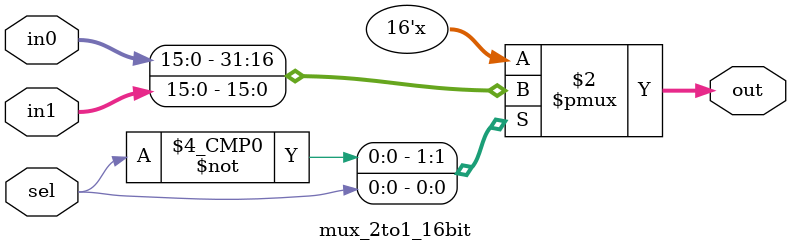
<source format=v>
/* mux_2to1_16bit describes a two to one multiplexer that
   is sixteen bits wide.  It should synthesize as purly combinational
   logic.  The single register should optimize out.                   */

`timescale 1ns/100ps

module mux_2to1_16bit(out, sel, in0, in1);

	input		sel; /* mux select line */
	input	[15:0]	in0; /* input 0         */
	input	[15:0]	in1; /* input 1         */
	output	[15:0]	out; /* output of mux   */

	reg	[15:0]	out; /* this should optimize out */

	/* if any of the inputs to the mux change we want
	   to reevaluate the case statement              */
	always @(sel or in0 or in1)

		case (sel)
		    1'b0 :	out <= in0;
		    1'b1 :	out <= in1;
			/* having a default case ensures
			   that the mux will synthesize 
			   as purely combinational logic */
		    default :	out <= in0;
		endcase

endmodule

</source>
